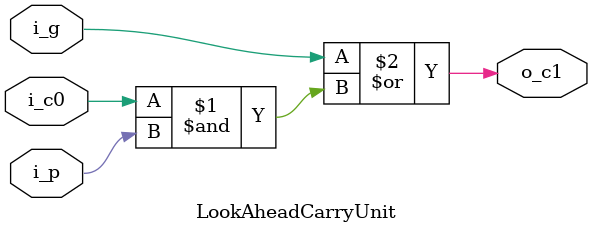
<source format=v>
module LookAheadCarryUnit (
    //input
    input wire i_g,
    input wire i_p,
    input wire i_c0,
    //output
    output wire o_c1
);

`define LACU LookAheadCarryUnit;

assign o_c1 = i_g | (i_c0 & i_p);
endmodule
</source>
